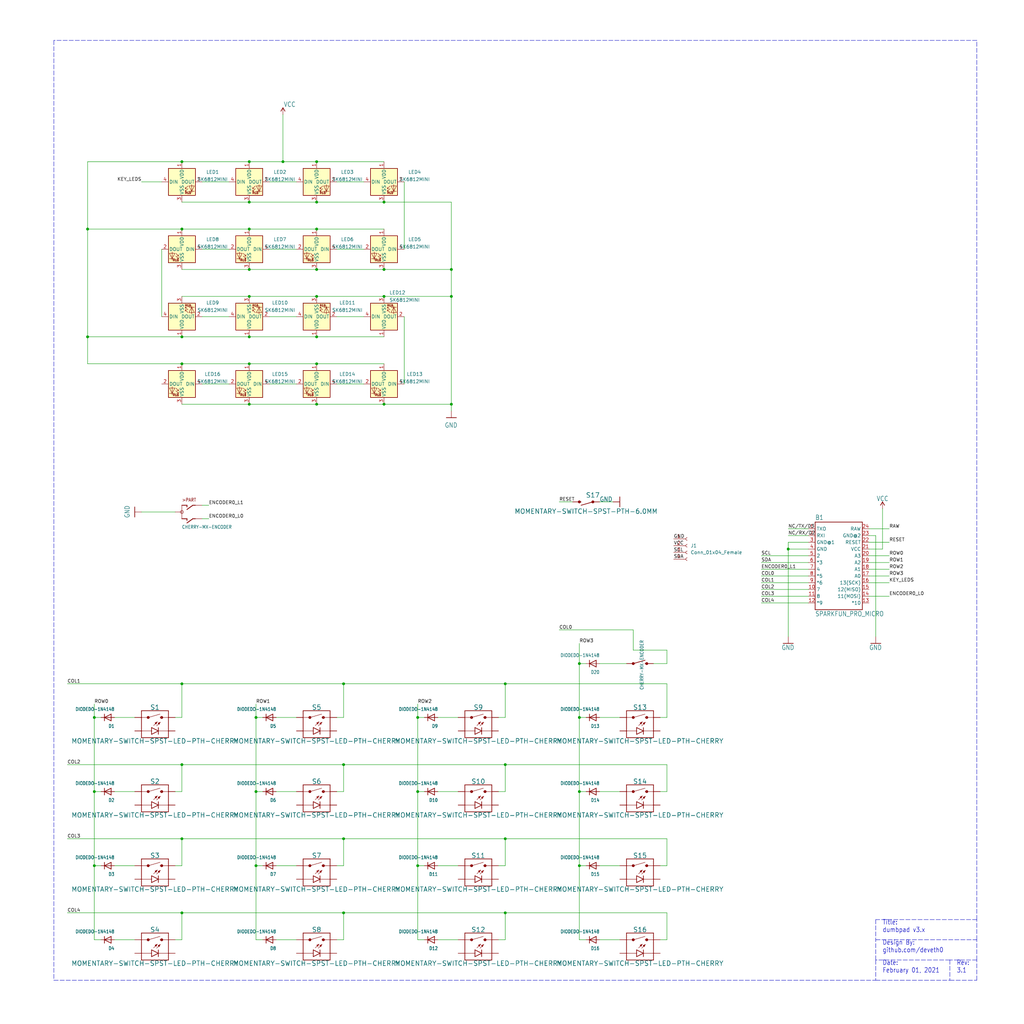
<source format=kicad_sch>
(kicad_sch (version 20211123) (generator eeschema)
  (paper "User" 386.08 386.004)
  (lib_symbols
    (symbol "Connector:Conn_01x04_Female" (pin_names (offset 1.016) hide)
      (property "Reference" "J" (at 0 5.08 0))
      (property "Value" "Conn_01x04_Female" (at 0 -7.62 0))
      (symbol "Conn_01x04_Female_1_1"
        (arc (start 0 -4.572) (mid -0.508 -5.08) (end 0 -5.588) (stroke (width 0.1524)))
        (arc (start 0 -2.032) (mid -0.508 -2.54) (end 0 -3.048) (stroke (width 0.1524)))
        (polyline (pts (xy -1.27 -5.08) (xy -0.508 -5.08)) (stroke (width 0.1524)))
        (polyline (pts (xy -1.27 -2.54) (xy -0.508 -2.54)) (stroke (width 0.1524)))
        (polyline (pts (xy -1.27 0) (xy -0.508 0)) (stroke (width 0.1524)))
        (polyline (pts (xy -1.27 2.54) (xy -0.508 2.54)) (stroke (width 0.1524)))
        (arc (start 0 0.508) (mid -0.508 0) (end 0 -0.508) (stroke (width 0.1524)))
        (arc (start 0 3.048) (mid -0.508 2.54) (end 0 2.032) (stroke (width 0.1524)))
        (pin passive line (at -5.08 2.54 0) (length 3.81) (name "Pin_1") (number "1"))
        (pin passive line (at -5.08 0 0) (length 3.81) (name "Pin_2") (number "2"))
        (pin passive line (at -5.08 -2.54 0) (length 3.81) (name "Pin_3") (number "3"))
        (pin passive line (at -5.08 -5.08 0) (length 3.81) (name "Pin_4") (number "4"))
      )
    )
    (symbol "dumbpad-eagle-import:CHERRY-MX-ENCODER"
      (property "Value" "CHERRY-MX-ENCODER" (at 6.35 0 90))
      (symbol "CHERRY-MX-ENCODER_1_0"
        (circle (center -2.54 0) (radius 0.127) (stroke (width 0.4064)))
        (polyline (pts (xy -2.54 0) (xy 1.905 1.27)) (stroke (width 0.254)))
        (polyline (pts (xy 1.905 0) (xy 2.54 0)) (stroke (width 0.254)))
        (circle (center 2.54 0) (radius 0.127) (stroke (width 0.4064)))
        (pin passive line (at -5.08 0 0) (length 2.54) (name "1") (number "D"))
        (pin passive line (at 5.08 0 180) (length 2.54) (name "2") (number "E"))
        (pin passive line (at -5.08 0 0) (length 2.54) (name "1") (number "S1"))
        (pin passive line (at 5.08 0 180) (length 2.54) (name "2") (number "S2"))
      )
      (symbol "CHERRY-MX-ENCODER_2_0"
        (polyline (pts (xy -2.54 0) (xy 2.54 0)) (stroke (width 0.1524)))
        (polyline (pts (xy -2.54 1.905) (xy -2.54 0)) (stroke (width 0.3048)))
        (polyline (pts (xy -2.54 4.1275) (xy -0.9525 1.905)) (stroke (width 0.3048)))
        (polyline (pts (xy -2.54 5.08) (xy -2.54 4.1275)) (stroke (width 0.3048)))
        (polyline (pts (xy -1.905 1.905) (xy -2.54 1.905)) (stroke (width 0.3048)))
        (polyline (pts (xy 2.54 1.905) (xy 2.54 0)) (stroke (width 0.3048)))
        (polyline (pts (xy 2.54 4.1275) (xy 4.1275 1.905)) (stroke (width 0.3048)))
        (polyline (pts (xy 2.54 5.08) (xy 2.54 4.1275)) (stroke (width 0.3048)))
        (polyline (pts (xy 3.175 1.905) (xy 2.54 1.905)) (stroke (width 0.3048)))
        (circle (center 0 0) (radius 0.5679))
        (text ">PART" (at -3.81 0 900) (effects (font (size 1.27 1.0795)) (justify left bottom)))
        (pin passive line (at -2.54 7.62 270) (length 2.54) (name "A") (number "A"))
        (pin passive line (at 2.54 7.62 270) (length 2.54) (name "B") (number "B"))
        (pin passive line (at 0 -2.54 90) (length 2.54) (name "C") (number "C"))
      )
    )
    (symbol "dumbpad-eagle-import:DIODEDO-1N4148"
      (property "Reference" "D" (at -2.54 2.54 0))
      (property "Value" "DIODEDO-1N4148" (at -2.54 -3.81 0))
      (symbol "DIODEDO-1N4148_1_0"
        (polyline (pts (xy -1.27 -1.27) (xy 1.27 0)) (stroke (width 0.254)))
        (polyline (pts (xy -1.27 1.27) (xy -1.27 -1.27)) (stroke (width 0.254)))
        (polyline (pts (xy 1.27 0) (xy -1.27 1.27)) (stroke (width 0.254)))
        (polyline (pts (xy 1.27 0) (xy 1.27 -1.27)) (stroke (width 0.254)))
        (polyline (pts (xy 1.27 1.27) (xy 1.27 0)) (stroke (width 0.254)))
        (pin passive line (at -2.54 0 0) (length 2.54) (name "A") (number "A"))
        (pin passive line (at 2.54 0 180) (length 2.54) (name "C") (number "C"))
      )
    )
    (symbol "dumbpad-eagle-import:GND" (power)
      (property "Value" "GND" (at -2.54 -2.54 0))
      (symbol "GND_1_0"
        (polyline (pts (xy -1.905 0) (xy 1.905 0)) (stroke (width 0.254)))
        (pin power_in line (at 0 2.54 270) (length 2.54) (name "GND") (number "1"))
      )
    )
    (symbol "dumbpad-eagle-import:MOMENTARY-SWITCH-SPST-LED-PTH-CHERRY"
      (property "Reference" "S" (at 0 5.334 0))
      (property "Value" "MOMENTARY-SWITCH-SPST-LED-PTH-CHERRY" (at 0 -5.334 0))
      (symbol "MOMENTARY-SWITCH-SPST-LED-PTH-CHERRY_1_0"
        (circle (center -2.54 2.54) (radius 0.127) (stroke (width 0.4064)))
        (polyline (pts (xy -5.08 -5.08) (xy 5.08 -5.08)) (stroke (width 0.254)))
        (polyline (pts (xy -5.08 -2.54) (xy -5.08 -5.08)) (stroke (width 0.254)))
        (polyline (pts (xy -5.08 -2.54) (xy -1.27 -2.54)) (stroke (width 0.1524)))
        (polyline (pts (xy -5.08 2.54) (xy -5.08 -2.54)) (stroke (width 0.254)))
        (polyline (pts (xy -5.08 2.54) (xy -2.54 2.54)) (stroke (width 0.1524)))
        (polyline (pts (xy -5.08 5.08) (xy -5.08 2.54)) (stroke (width 0.254)))
        (polyline (pts (xy -2.54 2.54) (xy 1.905 3.81)) (stroke (width 0.1524)))
        (polyline (pts (xy -1.27 -3.81) (xy -1.27 -2.54)) (stroke (width 0.254)))
        (polyline (pts (xy -1.27 -3.81) (xy 1.27 -2.54)) (stroke (width 0.254)))
        (polyline (pts (xy -1.27 -2.54) (xy -1.27 -1.27)) (stroke (width 0.254)))
        (polyline (pts (xy -0.508 -0.508) (xy 0.889 0.889)) (stroke (width 0.1524)))
        (polyline (pts (xy 0.635 -0.635) (xy 2.032 0.762)) (stroke (width 0.1524)))
        (polyline (pts (xy 1.27 -3.81) (xy 1.27 -2.54)) (stroke (width 0.254)))
        (polyline (pts (xy 1.27 -2.54) (xy -1.27 -1.27)) (stroke (width 0.254)))
        (polyline (pts (xy 1.27 -2.54) (xy 1.27 -1.27)) (stroke (width 0.254)))
        (polyline (pts (xy 1.27 -2.54) (xy 5.08 -2.54)) (stroke (width 0.1524)))
        (polyline (pts (xy 1.905 2.54) (xy 5.08 2.54)) (stroke (width 0.1524)))
        (polyline (pts (xy 5.08 -5.08) (xy 5.08 -2.54)) (stroke (width 0.254)))
        (polyline (pts (xy 5.08 -2.54) (xy 5.08 2.54)) (stroke (width 0.254)))
        (polyline (pts (xy 5.08 2.54) (xy 5.08 5.08)) (stroke (width 0.254)))
        (polyline (pts (xy 5.08 5.08) (xy -5.08 5.08)) (stroke (width 0.254)))
        (polyline (pts (xy 0.889 0.889) (xy 0 0.508) (xy 0.508 0)) (fill (type outline)))
        (polyline (pts (xy 2.032 0.762) (xy 1.143 0.381) (xy 1.651 -0.127)) (fill (type outline)))
        (circle (center 2.54 2.54) (radius 0.127) (stroke (width 0.4064)))
        (pin passive line (at -7.62 -2.54 0) (length 2.54) (name "A") (number "A"))
        (pin passive line (at 7.62 -2.54 180) (length 2.54) (name "C") (number "K"))
        (pin passive line (at -7.62 2.54 0) (length 2.54) (name "1") (number "S1"))
        (pin passive line (at 7.62 2.54 180) (length 2.54) (name "2") (number "S2"))
      )
    )
    (symbol "dumbpad-eagle-import:MOMENTARY-SWITCH-SPST-PTH-6.0MM"
      (property "Reference" "S" (at 0 1.524 0))
      (property "Value" "MOMENTARY-SWITCH-SPST-PTH-6.0MM" (at 0 -0.508 0))
      (symbol "MOMENTARY-SWITCH-SPST-PTH-6.0MM_1_0"
        (circle (center -2.54 0) (radius 0.127) (stroke (width 0.4064)))
        (polyline (pts (xy -2.54 0) (xy 1.905 1.27)) (stroke (width 0.254)))
        (polyline (pts (xy 1.905 0) (xy 2.54 0)) (stroke (width 0.254)))
        (circle (center 2.54 0) (radius 0.127) (stroke (width 0.4064)))
        (pin passive line (at -5.08 0 0) (length 2.54) (name "1") (number "1"))
        (pin passive line (at 5.08 0 180) (length 2.54) (name "2") (number "3"))
      )
    )
    (symbol "dumbpad-eagle-import:SPARKFUN_PRO_MICRO"
      (property "Reference" "B" (at -7.62 18.542 0))
      (property "Value" "SPARKFUN_PRO_MICRO" (at -7.62 -17.78 0))
      (symbol "SPARKFUN_PRO_MICRO_1_0"
        (polyline (pts (xy -7.62 -15.24) (xy 10.16 -15.24)) (stroke (width 0.254)))
        (polyline (pts (xy -7.62 17.78) (xy -7.62 -15.24)) (stroke (width 0.254)))
        (polyline (pts (xy 10.16 -15.24) (xy 10.16 17.78)) (stroke (width 0.254)))
        (polyline (pts (xy 10.16 17.78) (xy -7.62 17.78)) (stroke (width 0.254)))
        (pin bidirectional line (at -10.16 15.24 0) (length 2.54) (name "TXO") (number "1"))
        (pin bidirectional line (at -10.16 -7.62 0) (length 2.54) (name "7") (number "10"))
        (pin bidirectional line (at -10.16 -10.16 0) (length 2.54) (name "8") (number "11"))
        (pin bidirectional line (at -10.16 -12.7 0) (length 2.54) (name "*9") (number "12"))
        (pin bidirectional line (at 12.7 -12.7 180) (length 2.54) (name "*10") (number "13"))
        (pin bidirectional line (at 12.7 -10.16 180) (length 2.54) (name "11(MOSI)") (number "14"))
        (pin bidirectional line (at 12.7 -7.62 180) (length 2.54) (name "12(MISO)") (number "15"))
        (pin bidirectional line (at 12.7 -5.08 180) (length 2.54) (name "13(SCK)") (number "16"))
        (pin bidirectional line (at 12.7 -2.54 180) (length 2.54) (name "A0") (number "17"))
        (pin bidirectional line (at 12.7 0 180) (length 2.54) (name "A1") (number "18"))
        (pin bidirectional line (at 12.7 2.54 180) (length 2.54) (name "A2") (number "19"))
        (pin bidirectional line (at -10.16 12.7 0) (length 2.54) (name "RXI") (number "2"))
        (pin bidirectional line (at 12.7 5.08 180) (length 2.54) (name "A3") (number "20"))
        (pin power_in line (at 12.7 7.62 180) (length 2.54) (name "VCC") (number "21"))
        (pin bidirectional line (at 12.7 10.16 180) (length 2.54) (name "RESET") (number "22"))
        (pin power_in line (at 12.7 12.7 180) (length 2.54) (name "GND@2") (number "23"))
        (pin power_in line (at 12.7 15.24 180) (length 2.54) (name "RAW") (number "24"))
        (pin power_in line (at -10.16 10.16 0) (length 2.54) (name "GND@1") (number "3"))
        (pin power_in line (at -10.16 7.62 0) (length 2.54) (name "GND") (number "4"))
        (pin bidirectional line (at -10.16 5.08 0) (length 2.54) (name "2") (number "5"))
        (pin bidirectional line (at -10.16 2.54 0) (length 2.54) (name "*3") (number "6"))
        (pin bidirectional line (at -10.16 0 0) (length 2.54) (name "4") (number "7"))
        (pin bidirectional line (at -10.16 -2.54 0) (length 2.54) (name "*5") (number "8"))
        (pin bidirectional line (at -10.16 -5.08 0) (length 2.54) (name "*6") (number "9"))
      )
    )
    (symbol "dumbpad-eagle-import:VCC" (power)
      (property "Value" "VCC" (at 0 2.794 0))
      (symbol "VCC_1_0"
        (polyline (pts (xy 0 2.54) (xy -0.762 1.27)) (stroke (width 0.254)))
        (polyline (pts (xy 0.762 1.27) (xy 0 2.54)) (stroke (width 0.254)))
        (pin power_in line (at 0 0 90) (length 2.54) (name "VCC") (number "1"))
      )
    )
    (symbol "dumbpad_lib:SK6812MINI_1" (pin_names (offset 0.254))
      (property "Reference" "LED1" (at 11.5759 3.7252 0))
      (property "Value" "SK6812MINI_1" (at 11.5759 0.9501 0))
      (symbol "SK6812MINI_1_0_0"
        (text "RGB" (at 2.286 -4.191 0) (effects (font (size 0.762 0.762))))
      )
      (symbol "SK6812MINI_1_0_1"
        (polyline (pts (xy 1.27 -3.556) (xy 1.778 -3.556)))
        (polyline (pts (xy 1.27 -2.54) (xy 1.778 -2.54)))
        (polyline (pts (xy 4.699 -3.556) (xy 2.667 -3.556)))
        (polyline (pts (xy 2.286 -2.54) (xy 1.27 -3.556) (xy 1.27 -3.048)))
        (polyline (pts (xy 2.286 -1.524) (xy 1.27 -2.54) (xy 1.27 -2.032)))
        (polyline (pts (xy 3.683 -1.016) (xy 3.683 -3.556) (xy 3.683 -4.064)))
        (polyline (pts (xy 4.699 -1.524) (xy 2.667 -1.524) (xy 3.683 -3.556) (xy 4.699 -1.524)))
        (rectangle (start 5.08 5.08) (end -5.08 -5.08) (stroke (width 0.254)) (fill (type background)))
      )
      (symbol "SK6812MINI_1_1_1"
        (pin power_in line (at 0 7.62 270) (length 2.54) (name "VDD") (number "1"))
        (pin output line (at 7.62 0 180) (length 2.54) (name "DOUT") (number "2"))
        (pin power_in line (at 0 -7.62 90) (length 2.54) (name "VSS") (number "3"))
        (pin input line (at -7.62 0 0) (length 2.54) (name "DIN") (number "4"))
      )
    )
  )
  (junction (at 218.44 250.19))
  (junction (at 129.54 344.17))
  (junction (at 157.48 270.51))
  (junction (at 35.56 326.39))
  (junction (at 119.38 76.2))
  (junction (at 129.54 316.23))
  (junction (at 35.56 270.51))
  (junction (at 93.98 127))
  (junction (at 144.78 152.4))
  (junction (at 119.38 111.76))
  (junction (at 218.44 326.39))
  (junction (at 93.98 101.6))
  (junction (at 190.5 344.17))
  (junction (at 129.54 288.29))
  (junction (at 129.54 257.81))
  (junction (at 96.52 298.45))
  (junction (at 106.68 60.96))
  (junction (at 119.38 152.4))
  (junction (at 144.78 101.6))
  (junction (at 170.18 111.76))
  (junction (at 68.58 257.81))
  (junction (at 218.44 298.45))
  (junction (at 218.44 270.51))
  (junction (at 119.38 60.96))
  (junction (at 297.18 207.01))
  (junction (at 157.48 298.45))
  (junction (at 33.02 127))
  (junction (at 93.98 152.4))
  (junction (at 93.98 60.96))
  (junction (at 93.98 137.16))
  (junction (at 144.78 111.76))
  (junction (at 68.58 60.96))
  (junction (at 190.5 316.23))
  (junction (at 96.52 270.51))
  (junction (at 93.98 111.76))
  (junction (at 119.38 86.36))
  (junction (at 119.38 101.6))
  (junction (at 157.48 326.39))
  (junction (at 170.18 101.6))
  (junction (at 93.98 86.36))
  (junction (at 119.38 137.16))
  (junction (at 35.56 298.45))
  (junction (at 119.38 127))
  (junction (at 190.5 257.81))
  (junction (at 93.98 76.2))
  (junction (at 68.58 137.16))
  (junction (at 68.58 288.29))
  (junction (at 68.58 127))
  (junction (at 170.18 152.4))
  (junction (at 33.02 86.36))
  (junction (at 68.58 316.23))
  (junction (at 68.58 344.17))
  (junction (at 144.78 76.2))
  (junction (at 96.52 326.39))
  (junction (at 68.58 86.36))
  (junction (at 190.5 288.29))
  (wire (pts (xy 304.8 204.47) (xy 297.18 204.47)))
  (wire (pts (xy 304.8 222.25) (xy 287.02 222.25)))
  (wire (pts (xy 68.58 101.6) (xy 93.98 101.6)))
  (polyline (pts (xy 368.3 361.95) (xy 368.3 354.33)))
  (polyline (pts (xy 330.2 346.71) (xy 330.2 354.33)))
  (polyline (pts (xy 368.3 346.71) (xy 330.2 346.71)))
  (wire (pts (xy 190.5 326.39) (xy 190.5 316.23)))
  (wire (pts (xy 251.46 316.23) (xy 190.5 316.23)))
  (wire (pts (xy 190.5 288.29) (xy 251.46 288.29)))
  (wire (pts (xy 25.4 257.81) (xy 68.58 257.81)))
  (wire (pts (xy 251.46 270.51) (xy 248.92 270.51)))
  (wire (pts (xy 218.44 270.51) (xy 218.44 250.19)))
  (wire (pts (xy 304.8 199.39) (xy 297.18 199.39)))
  (wire (pts (xy 68.58 152.4) (xy 93.98 152.4)))
  (wire (pts (xy 33.02 86.36) (xy 33.02 127)))
  (wire (pts (xy 111.76 298.45) (xy 104.14 298.45)))
  (wire (pts (xy 304.8 227.33) (xy 287.02 227.33)))
  (wire (pts (xy 25.4 288.29) (xy 68.58 288.29)))
  (wire (pts (xy 35.56 298.45) (xy 35.56 270.51)))
  (wire (pts (xy 68.58 354.33) (xy 68.58 344.17)))
  (wire (pts (xy 38.1 270.51) (xy 35.56 270.51)))
  (wire (pts (xy 144.78 76.2) (xy 170.18 76.2)))
  (wire (pts (xy 172.72 270.51) (xy 165.1 270.51)))
  (wire (pts (xy 170.18 111.76) (xy 170.18 152.4)))
  (wire (pts (xy 43.18 270.51) (xy 50.8 270.51)))
  (wire (pts (xy 220.98 354.33) (xy 218.44 354.33)))
  (wire (pts (xy 287.02 212.09) (xy 304.8 212.09)))
  (wire (pts (xy 327.66 212.09) (xy 335.28 212.09)))
  (wire (pts (xy 129.54 316.23) (xy 68.58 316.23)))
  (wire (pts (xy 144.78 101.6) (xy 170.18 101.6)))
  (wire (pts (xy 68.58 76.2) (xy 93.98 76.2)))
  (wire (pts (xy 33.02 60.96) (xy 68.58 60.96)))
  (wire (pts (xy 33.02 86.36) (xy 68.58 86.36)))
  (polyline (pts (xy 20.32 369.57) (xy 330.2 369.57)))
  (wire (pts (xy 246.38 250.19) (xy 251.46 250.19)))
  (wire (pts (xy 50.8 298.45) (xy 43.18 298.45)))
  (wire (pts (xy 172.72 298.45) (xy 165.1 298.45)))
  (wire (pts (xy 157.48 354.33) (xy 157.48 326.39)))
  (wire (pts (xy 119.38 76.2) (xy 144.78 76.2)))
  (wire (pts (xy 93.98 86.36) (xy 119.38 86.36)))
  (wire (pts (xy 218.44 250.19) (xy 218.44 242.57)))
  (wire (pts (xy 190.5 257.81) (xy 251.46 257.81)))
  (wire (pts (xy 327.66 201.93) (xy 330.2 201.93)))
  (wire (pts (xy 190.5 354.33) (xy 190.5 344.17)))
  (wire (pts (xy 327.66 199.39) (xy 335.28 199.39)))
  (wire (pts (xy 127 144.78) (xy 137.16 144.78)))
  (wire (pts (xy 157.48 326.39) (xy 157.48 298.45)))
  (wire (pts (xy 226.06 354.33) (xy 233.68 354.33)))
  (wire (pts (xy 304.8 209.55) (xy 287.02 209.55)))
  (wire (pts (xy 119.38 60.96) (xy 144.78 60.96)))
  (wire (pts (xy 190.5 316.23) (xy 129.54 316.23)))
  (wire (pts (xy 96.52 326.39) (xy 96.52 298.45)))
  (wire (pts (xy 119.38 86.36) (xy 144.78 86.36)))
  (wire (pts (xy 68.58 298.45) (xy 68.58 288.29)))
  (polyline (pts (xy 330.2 361.95) (xy 330.2 369.57)))
  (wire (pts (xy 215.9 189.23) (xy 210.82 189.23)))
  (polyline (pts (xy 330.2 369.57) (xy 358.14 369.57)))
  (wire (pts (xy 127 354.33) (xy 129.54 354.33)))
  (wire (pts (xy 38.1 298.45) (xy 35.56 298.45)))
  (wire (pts (xy 157.48 298.45) (xy 157.48 270.51)))
  (wire (pts (xy 35.56 326.39) (xy 35.56 298.45)))
  (wire (pts (xy 297.18 207.01) (xy 297.18 240.03)))
  (wire (pts (xy 226.06 189.23) (xy 231.14 189.23)))
  (wire (pts (xy 68.58 60.96) (xy 93.98 60.96)))
  (wire (pts (xy 327.66 224.79) (xy 335.28 224.79)))
  (wire (pts (xy 129.54 257.81) (xy 190.5 257.81)))
  (wire (pts (xy 68.58 137.16) (xy 93.98 137.16)))
  (wire (pts (xy 129.54 326.39) (xy 129.54 316.23)))
  (wire (pts (xy 160.02 298.45) (xy 157.48 298.45)))
  (wire (pts (xy 187.96 298.45) (xy 190.5 298.45)))
  (wire (pts (xy 43.18 354.33) (xy 50.8 354.33)))
  (wire (pts (xy 218.44 354.33) (xy 218.44 326.39)))
  (wire (pts (xy 127 326.39) (xy 129.54 326.39)))
  (wire (pts (xy 129.54 354.33) (xy 129.54 344.17)))
  (wire (pts (xy 187.96 326.39) (xy 190.5 326.39)))
  (wire (pts (xy 127 270.51) (xy 129.54 270.51)))
  (wire (pts (xy 25.4 344.17) (xy 68.58 344.17)))
  (polyline (pts (xy 358.14 361.95) (xy 330.2 361.95)))
  (wire (pts (xy 66.04 326.39) (xy 68.58 326.39)))
  (wire (pts (xy 220.98 270.51) (xy 218.44 270.51)))
  (wire (pts (xy 93.98 101.6) (xy 119.38 101.6)))
  (wire (pts (xy 33.02 127) (xy 68.58 127)))
  (wire (pts (xy 96.52 354.33) (xy 96.52 326.39)))
  (wire (pts (xy 76.2 68.58) (xy 86.36 68.58)))
  (wire (pts (xy 119.38 127) (xy 144.78 127)))
  (wire (pts (xy 129.54 270.51) (xy 129.54 257.81)))
  (wire (pts (xy 251.46 344.17) (xy 251.46 354.33)))
  (wire (pts (xy 304.8 217.17) (xy 287.02 217.17)))
  (wire (pts (xy 233.68 298.45) (xy 226.06 298.45)))
  (polyline (pts (xy 368.3 354.33) (xy 368.3 346.71)))
  (wire (pts (xy 93.98 137.16) (xy 119.38 137.16)))
  (wire (pts (xy 76.2 93.98) (xy 86.36 93.98)))
  (wire (pts (xy 251.46 245.11) (xy 238.76 245.11)))
  (wire (pts (xy 35.56 354.33) (xy 35.56 326.39)))
  (wire (pts (xy 190.5 298.45) (xy 190.5 288.29)))
  (wire (pts (xy 152.4 68.58) (xy 152.4 93.98)))
  (wire (pts (xy 220.98 326.39) (xy 218.44 326.39)))
  (wire (pts (xy 251.46 298.45) (xy 248.92 298.45)))
  (wire (pts (xy 66.04 270.51) (xy 68.58 270.51)))
  (wire (pts (xy 233.68 326.39) (xy 226.06 326.39)))
  (wire (pts (xy 101.6 93.98) (xy 111.76 93.98)))
  (wire (pts (xy 66.04 354.33) (xy 68.58 354.33)))
  (wire (pts (xy 160.02 326.39) (xy 157.48 326.39)))
  (wire (pts (xy 99.06 354.33) (xy 96.52 354.33)))
  (wire (pts (xy 129.54 288.29) (xy 190.5 288.29)))
  (wire (pts (xy 111.76 270.51) (xy 104.14 270.51)))
  (wire (pts (xy 111.76 354.33) (xy 104.14 354.33)))
  (wire (pts (xy 251.46 257.81) (xy 251.46 270.51)))
  (wire (pts (xy 99.06 298.45) (xy 96.52 298.45)))
  (wire (pts (xy 170.18 76.2) (xy 170.18 101.6)))
  (polyline (pts (xy 368.3 346.71) (xy 368.3 15.24)))
  (wire (pts (xy 76.2 119.38) (xy 86.36 119.38)))
  (wire (pts (xy 304.8 207.01) (xy 297.18 207.01)))
  (wire (pts (xy 68.58 127) (xy 93.98 127)))
  (wire (pts (xy 304.8 214.63) (xy 287.02 214.63)))
  (wire (pts (xy 68.58 111.76) (xy 93.98 111.76)))
  (wire (pts (xy 170.18 101.6) (xy 170.18 111.76)))
  (wire (pts (xy 220.98 250.19) (xy 218.44 250.19)))
  (wire (pts (xy 127 119.38) (xy 137.16 119.38)))
  (wire (pts (xy 190.5 270.51) (xy 190.5 257.81)))
  (wire (pts (xy 93.98 111.76) (xy 119.38 111.76)))
  (wire (pts (xy 129.54 344.17) (xy 190.5 344.17)))
  (wire (pts (xy 127 298.45) (xy 129.54 298.45)))
  (wire (pts (xy 238.76 245.11) (xy 238.76 237.49)))
  (wire (pts (xy 33.02 127) (xy 33.02 137.16)))
  (wire (pts (xy 327.66 217.17) (xy 335.28 217.17)))
  (wire (pts (xy 93.98 76.2) (xy 119.38 76.2)))
  (wire (pts (xy 106.68 43.18) (xy 106.68 60.96)))
  (wire (pts (xy 53.34 193.04) (xy 66.04 193.04)))
  (wire (pts (xy 93.98 127) (xy 119.38 127)))
  (wire (pts (xy 111.76 326.39) (xy 104.14 326.39)))
  (wire (pts (xy 160.02 270.51) (xy 157.48 270.51)))
  (wire (pts (xy 172.72 354.33) (xy 165.1 354.33)))
  (wire (pts (xy 160.02 354.33) (xy 157.48 354.33)))
  (polyline (pts (xy 358.14 361.95) (xy 358.14 369.57)))
  (wire (pts (xy 144.78 152.4) (xy 170.18 152.4)))
  (wire (pts (xy 66.04 298.45) (xy 68.58 298.45)))
  (wire (pts (xy 304.8 224.79) (xy 287.02 224.79)))
  (wire (pts (xy 101.6 144.78) (xy 111.76 144.78)))
  (wire (pts (xy 251.46 288.29) (xy 251.46 298.45)))
  (polyline (pts (xy 368.3 15.24) (xy 20.32 15.24)))
  (wire (pts (xy 238.76 237.49) (xy 210.82 237.49)))
  (polyline (pts (xy 358.14 369.57) (xy 368.3 369.57)))
  (wire (pts (xy 218.44 326.39) (xy 218.44 298.45)))
  (wire (pts (xy 76.2 195.58) (xy 78.74 195.58)))
  (wire (pts (xy 297.18 204.47) (xy 297.18 207.01)))
  (wire (pts (xy 248.92 354.33) (xy 251.46 354.33)))
  (wire (pts (xy 127 68.58) (xy 137.16 68.58)))
  (wire (pts (xy 187.96 270.51) (xy 190.5 270.51)))
  (polyline (pts (xy 368.3 369.57) (xy 368.3 361.95)))
  (wire (pts (xy 226.06 270.51) (xy 233.68 270.51)))
  (polyline (pts (xy 330.2 361.95) (xy 330.2 354.33)))
  (wire (pts (xy 50.8 326.39) (xy 43.18 326.39)))
  (wire (pts (xy 68.58 344.17) (xy 129.54 344.17)))
  (wire (pts (xy 327.66 204.47) (xy 335.28 204.47)))
  (wire (pts (xy 101.6 68.58) (xy 111.76 68.58)))
  (wire (pts (xy 106.68 60.96) (xy 119.38 60.96)))
  (wire (pts (xy 96.52 270.51) (xy 96.52 265.43)))
  (wire (pts (xy 93.98 60.96) (xy 106.68 60.96)))
  (wire (pts (xy 68.58 86.36) (xy 93.98 86.36)))
  (wire (pts (xy 53.34 68.58) (xy 60.96 68.58)))
  (wire (pts (xy 68.58 326.39) (xy 68.58 316.23)))
  (wire (pts (xy 119.38 101.6) (xy 144.78 101.6)))
  (wire (pts (xy 144.78 111.76) (xy 170.18 111.76)))
  (wire (pts (xy 101.6 119.38) (xy 111.76 119.38)))
  (wire (pts (xy 33.02 86.36) (xy 33.02 60.96)))
  (wire (pts (xy 93.98 152.4) (xy 119.38 152.4)))
  (wire (pts (xy 38.1 326.39) (xy 35.56 326.39)))
  (wire (pts (xy 251.46 326.39) (xy 251.46 316.23)))
  (wire (pts (xy 332.74 207.01) (xy 332.74 191.77)))
  (wire (pts (xy 330.2 201.93) (xy 330.2 240.03)))
  (wire (pts (xy 187.96 354.33) (xy 190.5 354.33)))
  (wire (pts (xy 327.66 219.71) (xy 335.28 219.71)))
  (wire (pts (xy 172.72 326.39) (xy 165.1 326.39)))
  (wire (pts (xy 119.38 111.76) (xy 144.78 111.76)))
  (wire (pts (xy 127 93.98) (xy 137.16 93.98)))
  (wire (pts (xy 68.58 137.16) (xy 33.02 137.16)))
  (wire (pts (xy 68.58 257.81) (xy 129.54 257.81)))
  (wire (pts (xy 327.66 209.55) (xy 335.28 209.55)))
  (wire (pts (xy 190.5 344.17) (xy 251.46 344.17)))
  (wire (pts (xy 327.66 207.01) (xy 332.74 207.01)))
  (wire (pts (xy 119.38 152.4) (xy 144.78 152.4)))
  (wire (pts (xy 304.8 219.71) (xy 287.02 219.71)))
  (wire (pts (xy 327.66 214.63) (xy 335.28 214.63)))
  (wire (pts (xy 152.4 119.38) (xy 152.4 144.78)))
  (wire (pts (xy 35.56 265.43) (xy 35.56 270.51)))
  (wire (pts (xy 170.18 152.4) (xy 170.18 154.94)))
  (wire (pts (xy 76.2 144.78) (xy 86.36 144.78)))
  (wire (pts (xy 304.8 201.93) (xy 297.18 201.93)))
  (wire (pts (xy 99.06 270.51) (xy 96.52 270.51)))
  (polyline (pts (xy 330.2 354.33) (xy 368.3 354.33)))
  (wire (pts (xy 99.06 326.39) (xy 96.52 326.39)))
  (wire (pts (xy 157.48 270.51) (xy 157.48 265.43)))
  (polyline (pts (xy 20.32 15.24) (xy 20.32 369.57)))
  (wire (pts (xy 129.54 298.45) (xy 129.54 288.29)))
  (wire (pts (xy 119.38 137.16) (xy 144.78 137.16)))
  (wire (pts (xy 248.92 326.39) (xy 251.46 326.39)))
  (wire (pts (xy 96.52 298.45) (xy 96.52 270.51)))
  (wire (pts (xy 218.44 298.45) (xy 218.44 270.51)))
  (wire (pts (xy 38.1 354.33) (xy 35.56 354.33)))
  (wire (pts (xy 251.46 250.19) (xy 251.46 245.11)))
  (wire (pts (xy 68.58 288.29) (xy 129.54 288.29)))
  (wire (pts (xy 68.58 270.51) (xy 68.58 257.81)))
  (wire (pts (xy 220.98 298.45) (xy 218.44 298.45)))
  (wire (pts (xy 236.22 250.19) (xy 226.06 250.19)))
  (polyline (pts (xy 368.3 361.95) (xy 358.14 361.95)))
  (wire (pts (xy 76.2 190.5) (xy 78.74 190.5)))
  (wire (pts (xy 68.58 316.23) (xy 25.4 316.23)))
  (wire (pts (xy 60.96 93.98) (xy 60.96 119.38)))
  (text "Rev:\n3.1" (at 360.68 367.03 180) (effects (font (size 1.778 1.5113)) (justify left bottom)))
  (text "Design By:\ngithub.com/deveth0" (at 332.74 359.41 180) (effects (font (size 1.778 1.5113)) (justify left bottom)))
  (text "Title:\ndumbpad v3.x" (at 332.74 351.79 180) (effects (font (size 1.778 1.5113)) (justify left bottom)))
  (text "Date:\nFebruary 01, 2021" (at 332.74 367.03 180) (effects (font (size 1.778 1.5113)) (justify left bottom)))
  (label "ROW1" (at 335.28 212.09 0) (effects (font (size 1.2446 1.2446))))
  (label "ENCODER0_L1" (at 287.02 214.63 0) (effects (font (size 1.2446 1.2446))))
  (label "ROW3" (at 218.44 242.57 0) (effects (font (size 1.2446 1.2446))))
  (label "COL1" (at 287.02 219.71 0) (effects (font (size 1.2446 1.2446))))
  (label "VCC" (at 254 205.74 0))
  (label "ROW2" (at 157.48 265.43 0) (effects (font (size 1.2446 1.2446))))
  (label "RESET" (at 335.28 204.47 0) (effects (font (size 1.2446 1.2446))))
  (label "COL2" (at 287.02 222.25 0) (effects (font (size 1.2446 1.2446))))
  (label "NC/TX/D3" (at 297.18 199.39 0) (effects (font (size 1.2446 1.2446))))
  (label "KEY_LEDS" (at 335.28 219.71 0))
  (label "SCL" (at 287.02 209.55 0))
  (label "ENCODER0_L0" (at 78.74 195.58 0) (effects (font (size 1.2446 1.2446))))
  (label "ROW1" (at 96.52 265.43 0) (effects (font (size 1.2446 1.2446))))
  (label "ROW0" (at 335.28 209.55 0) (effects (font (size 1.2446 1.2446))))
  (label "ROW2" (at 335.28 214.63 0) (effects (font (size 1.2446 1.2446))))
  (label "KEY_LEDS" (at 53.34 68.58 180) (effects (font (size 1.2446 1.2446))))
  (label "COL4" (at 25.4 344.17 0) (effects (font (size 1.2446 1.2446))))
  (label "ROW3" (at 335.28 217.17 0) (effects (font (size 1.2446 1.2446))))
  (label "ENCODER0_L1" (at 78.74 190.5 0) (effects (font (size 1.2446 1.2446))))
  (label "GND" (at 254 203.2 0))
  (label "COL0" (at 210.82 237.49 0) (effects (font (size 1.2446 1.2446))))
  (label "COL1" (at 25.4 257.81 0) (effects (font (size 1.2446 1.2446))))
  (label "COL0" (at 287.02 217.17 0) (effects (font (size 1.2446 1.2446))))
  (label "COL4" (at 287.02 227.33 0) (effects (font (size 1.2446 1.2446))))
  (label "SDA" (at 287.02 212.09 0))
  (label "COL2" (at 25.4 288.29 0) (effects (font (size 1.2446 1.2446))))
  (label "RESET" (at 210.82 189.23 0) (effects (font (size 1.2446 1.2446))))
  (label "SCL" (at 254 208.28 0))
  (label "NC/RX/D2" (at 297.18 201.93 0) (effects (font (size 1.2446 1.2446))))
  (label "SDA" (at 254 210.82 0))
  (label "ROW0" (at 35.56 265.43 0) (effects (font (size 1.2446 1.2446))))
  (label "ENCODER0_L0" (at 335.28 224.79 0) (effects (font (size 1.2446 1.2446))))
  (label "COL3" (at 287.02 224.79 0) (effects (font (size 1.2446 1.2446))))
  (label "COL3" (at 25.4 316.23 0) (effects (font (size 1.2446 1.2446))))
  (label "RAW" (at 335.28 199.39 0) (effects (font (size 1.2446 1.2446))))
  (symbol (lib_id "dumbpad-eagle-import:CHERRY-MX-ENCODER") (at 241.3 250.19 0) (unit 1)
    (property "Reference" "RE_3_1" (effects hide))
    (property "Value" "CHERRY-MX-ENCODER" (at 241.3 250.698 90) (effects (font (size 1.27 1.0795)) (justify top)))
    (property "Footprint" "Rotary_Encoder:RotaryEncoder_Alps_EC11E-Switch_Vertical_H20mm" (effects hide))
  )
  (symbol (lib_id "dumbpad-eagle-import:GND") (at 50.8 193.04 270) (unit 1)
    (property "Reference" "#GND06" (effects hide))
    (property "Value" "GND" (at 46.99 190.5 0) (effects (font (size 1.778 1.5113)) (justify left bottom)))
    (property "Footprint" "dumbpad:" (effects hide))
  )
  (symbol (lib_id "Connector:Conn_01x04_Female") (at 259.08 205.74 0) (unit 1)
    (property "Reference" "J1" (at 260.35 205.7399 0) (effects (justify left)))
    (property "Value" "Conn_01x04_Female" (at 260.35 208.2799 0) (effects (justify left)))
    (property "Footprint" "dumbpad:OLED" (effects hide))
  )
  (symbol (lib_id "dumbpad_lib:SK6812MINI_1") (at 144.78 119.38 0) (mirror x) (unit 1)
    (property "Reference" "LED12" (at 146.7994 110.3335 0) (effects (justify left)))
    (property "Value" "SK6812MINI" (at 146.7994 113.1086 0) (effects (justify left)))
    (property "Footprint" "Library:YS-SK6812MINI-E" (effects hide))
    (property "Datasheet" "https://cdn-shop.adafruit.com/product-files/2686/SK6812MINI_REV.01-1-2.pdf" (effects hide))
  )
  (symbol (lib_id "dumbpad_lib:SK6812MINI_1") (at 93.98 68.58 0) (unit 1)
    (property "Reference" "LED2" (at 105.5559 64.8548 0))
    (property "Value" "SK6812MINI" (at 105.5559 67.6299 0))
    (property "Footprint" "Library:YS-SK6812MINI-E" (effects hide))
    (property "Datasheet" "https://cdn-shop.adafruit.com/product-files/2686/SK6812MINI_REV.01-1-2.pdf" (effects hide))
  )
  (symbol (lib_id "dumbpad-eagle-import:MOMENTARY-SWITCH-SPST-LED-PTH-CHERRY") (at 180.34 300.99 0) (unit 1)
    (property "Reference" "S10" (at 180.34 295.656 0) (effects (font (size 1.778 1.778)) (justify bottom)))
    (property "Value" "MOMENTARY-SWITCH-SPST-LED-PTH-CHERRY" (at 180.34 306.324 0) (effects (font (size 1.778 1.778)) (justify top)))
    (property "Footprint" "Keyswitch:Kailh-CPG151101S11_MX_Socket-1.00u" (effects hide))
  )
  (symbol (lib_id "dumbpad-eagle-import:MOMENTARY-SWITCH-SPST-LED-PTH-CHERRY") (at 241.3 328.93 0) (unit 1)
    (property "Reference" "S15" (at 241.3 323.596 0) (effects (font (size 1.778 1.778)) (justify bottom)))
    (property "Value" "MOMENTARY-SWITCH-SPST-LED-PTH-CHERRY" (at 241.3 334.264 0) (effects (font (size 1.778 1.778)) (justify top)))
    (property "Footprint" "Keyswitch:Kailh-CPG151101S11_MX_Socket-1.00u" (effects hide))
  )
  (symbol (lib_id "dumbpad-eagle-import:MOMENTARY-SWITCH-SPST-LED-PTH-CHERRY") (at 58.42 328.93 0) (unit 1)
    (property "Reference" "S3" (at 58.42 323.596 0) (effects (font (size 1.778 1.778)) (justify bottom)))
    (property "Value" "MOMENTARY-SWITCH-SPST-LED-PTH-CHERRY" (at 58.42 334.264 0) (effects (font (size 1.778 1.778)) (justify top)))
    (property "Footprint" "Keyswitch:Kailh-CPG151101S11_MX_Socket-1.00u" (effects hide))
  )
  (symbol (lib_id "dumbpad_lib:SK6812MINI_1") (at 144.78 144.78 0) (mirror y) (unit 1)
    (property "Reference" "LED13" (at 156.3559 141.0548 0))
    (property "Value" "SK6812MINI" (at 156.3559 143.8299 0))
    (property "Footprint" "Library:YS-SK6812MINI-E" (effects hide))
    (property "Datasheet" "https://cdn-shop.adafruit.com/product-files/2686/SK6812MINI_REV.01-1-2.pdf" (effects hide))
  )
  (symbol (lib_id "dumbpad-eagle-import:MOMENTARY-SWITCH-SPST-LED-PTH-CHERRY") (at 58.42 356.87 0) (unit 1)
    (property "Reference" "S4" (at 58.42 351.536 0) (effects (font (size 1.778 1.778)) (justify bottom)))
    (property "Value" "MOMENTARY-SWITCH-SPST-LED-PTH-CHERRY" (at 58.42 362.204 0) (effects (font (size 1.778 1.778)) (justify top)))
    (property "Footprint" "Keyswitch:Kailh-CPG151101S11_MX_Socket-1.00u" (effects hide))
  )
  (symbol (lib_id "dumbpad_lib:SK6812MINI_1") (at 68.58 119.38 0) (mirror x) (unit 1)
    (property "Reference" "LED9" (at 80.1559 114.156 0))
    (property "Value" "SK6812MINI" (at 80.1559 116.9311 0))
    (property "Footprint" "Library:YS-SK6812MINI-E" (effects hide))
    (property "Datasheet" "https://cdn-shop.adafruit.com/product-files/2686/SK6812MINI_REV.01-1-2.pdf" (effects hide))
  )
  (symbol (lib_id "dumbpad-eagle-import:MOMENTARY-SWITCH-SPST-LED-PTH-CHERRY") (at 180.34 328.93 0) (unit 1)
    (property "Reference" "S11" (at 180.34 323.596 0) (effects (font (size 1.778 1.778)) (justify bottom)))
    (property "Value" "MOMENTARY-SWITCH-SPST-LED-PTH-CHERRY" (at 180.34 334.264 0) (effects (font (size 1.778 1.778)) (justify top)))
    (property "Footprint" "Keyswitch:Kailh-CPG151101S11_MX_Socket-1.00u" (effects hide))
  )
  (symbol (lib_id "dumbpad-eagle-import:MOMENTARY-SWITCH-SPST-LED-PTH-CHERRY") (at 241.3 356.87 0) (unit 1)
    (property "Reference" "S16" (at 241.3 351.536 0) (effects (font (size 1.778 1.778)) (justify bottom)))
    (property "Value" "MOMENTARY-SWITCH-SPST-LED-PTH-CHERRY" (at 241.3 362.204 0) (effects (font (size 1.778 1.778)) (justify top)))
    (property "Footprint" "Keyswitch:Kailh-CPG151101S11_MX_Socket-1.00u" (effects hide))
  )
  (symbol (lib_id "dumbpad-eagle-import:GND") (at 170.18 157.48 0) (unit 1)
    (property "Reference" "#GND0101" (effects hide))
    (property "Value" "GND" (at 167.64 161.29 0) (effects (font (size 1.778 1.5113)) (justify left bottom)))
    (property "Footprint" "dumbpad:" (effects hide))
  )
  (symbol (lib_id "dumbpad-eagle-import:MOMENTARY-SWITCH-SPST-LED-PTH-CHERRY") (at 119.38 328.93 0) (unit 1)
    (property "Reference" "S7" (at 119.38 323.596 0) (effects (font (size 1.778 1.778)) (justify bottom)))
    (property "Value" "MOMENTARY-SWITCH-SPST-LED-PTH-CHERRY" (at 119.38 334.264 0) (effects (font (size 1.778 1.778)) (justify top)))
    (property "Footprint" "Keyswitch:Kailh-CPG151101S11_MX_Socket-1.00u" (effects hide))
  )
  (symbol (lib_id "dumbpad-eagle-import:DIODEDO-1N4148") (at 223.52 326.39 180) (unit 1)
    (property "Reference" "D15" (at 226.06 328.93 0) (effects (font (size 1.27 1.0795)) (justify left bottom)))
    (property "Value" "DIODEDO-1N4148" (at 226.06 322.58 0) (effects (font (size 1.27 1.0795)) (justify left bottom)))
    (property "Footprint" "dumbpad:DO-1N4148" (effects hide))
  )
  (symbol (lib_id "dumbpad_lib:SK6812MINI_1") (at 144.78 68.58 0) (unit 1)
    (property "Reference" "LED4" (at 156.3559 64.8548 0))
    (property "Value" "SK6812MINI" (at 156.3559 67.6299 0))
    (property "Footprint" "Library:YS-SK6812MINI-E" (effects hide))
    (property "Datasheet" "https://cdn-shop.adafruit.com/product-files/2686/SK6812MINI_REV.01-1-2.pdf" (effects hide))
  )
  (symbol (lib_id "dumbpad-eagle-import:DIODEDO-1N4148") (at 223.52 270.51 180) (unit 1)
    (property "Reference" "D13" (at 226.06 273.05 0) (effects (font (size 1.27 1.0795)) (justify left bottom)))
    (property "Value" "DIODEDO-1N4148" (at 226.06 266.7 0) (effects (font (size 1.27 1.0795)) (justify left bottom)))
    (property "Footprint" "dumbpad:DO-1N4148" (effects hide))
  )
  (symbol (lib_id "dumbpad-eagle-import:MOMENTARY-SWITCH-SPST-LED-PTH-CHERRY") (at 180.34 356.87 0) (unit 1)
    (property "Reference" "S12" (at 180.34 351.536 0) (effects (font (size 1.778 1.778)) (justify bottom)))
    (property "Value" "MOMENTARY-SWITCH-SPST-LED-PTH-CHERRY" (at 180.34 362.204 0) (effects (font (size 1.778 1.778)) (justify top)))
    (property "Footprint" "Keyswitch:Kailh-CPG151101S11_MX_Socket-1.00u" (effects hide))
  )
  (symbol (lib_id "dumbpad-eagle-import:MOMENTARY-SWITCH-SPST-LED-PTH-CHERRY") (at 119.38 356.87 0) (unit 1)
    (property "Reference" "S8" (at 119.38 351.536 0) (effects (font (size 1.778 1.778)) (justify bottom)))
    (property "Value" "MOMENTARY-SWITCH-SPST-LED-PTH-CHERRY" (at 119.38 362.204 0) (effects (font (size 1.778 1.778)) (justify top)))
    (property "Footprint" "Keyswitch:Kailh-CPG151101S11_MX_Socket-1.00u" (effects hide))
  )
  (symbol (lib_id "dumbpad-eagle-import:GND") (at 233.68 189.23 90) (unit 1)
    (property "Reference" "#GND04" (effects hide))
    (property "Value" "GND" (at 226.06 189.23 90) (effects (font (size 1.778 1.5113)) (justify right top)))
    (property "Footprint" "dumbpad:" (effects hide))
  )
  (symbol (lib_id "dumbpad-eagle-import:DIODEDO-1N4148") (at 101.6 270.51 180) (unit 1)
    (property "Reference" "D5" (at 104.14 273.05 0) (effects (font (size 1.27 1.0795)) (justify left bottom)))
    (property "Value" "DIODEDO-1N4148" (at 104.14 266.7 0) (effects (font (size 1.27 1.0795)) (justify left bottom)))
    (property "Footprint" "dumbpad:DO-1N4148" (effects hide))
  )
  (symbol (lib_id "dumbpad_lib:SK6812MINI_1") (at 119.38 93.98 0) (mirror y) (unit 1)
    (property "Reference" "LED6" (at 130.9559 90.2548 0))
    (property "Value" "SK6812MINI" (at 130.9559 93.0299 0))
    (property "Footprint" "Library:YS-SK6812MINI-E" (effects hide))
    (property "Datasheet" "https://cdn-shop.adafruit.com/product-files/2686/SK6812MINI_REV.01-1-2.pdf" (effects hide))
  )
  (symbol (lib_id "dumbpad_lib:SK6812MINI_1") (at 119.38 119.38 0) (mirror x) (unit 1)
    (property "Reference" "LED11" (at 130.9559 114.156 0))
    (property "Value" "SK6812MINI" (at 130.9559 116.9311 0))
    (property "Footprint" "Library:YS-SK6812MINI-E" (effects hide))
    (property "Datasheet" "https://cdn-shop.adafruit.com/product-files/2686/SK6812MINI_REV.01-1-2.pdf" (effects hide))
  )
  (symbol (lib_id "dumbpad_lib:SK6812MINI_1") (at 68.58 144.78 0) (mirror y) (unit 1)
    (property "Reference" "LED16" (at 80.1559 141.0548 0))
    (property "Value" "SK6812MINI" (at 80.1559 143.8299 0))
    (property "Footprint" "Library:YS-SK6812MINI-E" (effects hide))
    (property "Datasheet" "https://cdn-shop.adafruit.com/product-files/2686/SK6812MINI_REV.01-1-2.pdf" (effects hide))
  )
  (symbol (lib_id "dumbpad-eagle-import:SPARKFUN_PRO_MICRO") (at 314.96 214.63 0) (unit 1)
    (property "Reference" "B1" (at 307.34 196.088 0) (effects (font (size 1.778 1.5113)) (justify left bottom)))
    (property "Value" "SPARKFUN_PRO_MICRO" (at 307.34 232.41 0) (effects (font (size 1.778 1.5113)) (justify left bottom)))
    (property "Footprint" "dumbpad:SPARKFUN_PRO_MICRO" (effects hide))
  )
  (symbol (lib_id "dumbpad_lib:SK6812MINI_1") (at 93.98 119.38 0) (mirror x) (unit 1)
    (property "Reference" "LED10" (at 105.5559 114.156 0))
    (property "Value" "SK6812MINI" (at 105.5559 116.9311 0))
    (property "Footprint" "Library:YS-SK6812MINI-E" (effects hide))
    (property "Datasheet" "https://cdn-shop.adafruit.com/product-files/2686/SK6812MINI_REV.01-1-2.pdf" (effects hide))
  )
  (symbol (lib_id "dumbpad-eagle-import:DIODEDO-1N4148") (at 223.52 250.19 180) (unit 1)
    (property "Reference" "D20" (at 226.06 252.73 0) (effects (font (size 1.27 1.0795)) (justify left bottom)))
    (property "Value" "DIODEDO-1N4148" (at 226.06 246.38 0) (effects (font (size 1.27 1.0795)) (justify left bottom)))
    (property "Footprint" "dumbpad:DO-1N4148" (effects hide))
  )
  (symbol (lib_id "dumbpad-eagle-import:DIODEDO-1N4148") (at 162.56 326.39 180) (unit 1)
    (property "Reference" "D11" (at 165.1 328.93 0) (effects (font (size 1.27 1.0795)) (justify left bottom)))
    (property "Value" "DIODEDO-1N4148" (at 165.1 322.58 0) (effects (font (size 1.27 1.0795)) (justify left bottom)))
    (property "Footprint" "dumbpad:DO-1N4148" (effects hide))
  )
  (symbol (lib_id "dumbpad-eagle-import:MOMENTARY-SWITCH-SPST-LED-PTH-CHERRY") (at 58.42 300.99 0) (unit 1)
    (property "Reference" "S2" (at 58.42 295.656 0) (effects (font (size 1.778 1.778)) (justify bottom)))
    (property "Value" "MOMENTARY-SWITCH-SPST-LED-PTH-CHERRY" (at 58.42 306.324 0) (effects (font (size 1.778 1.778)) (justify top)))
    (property "Footprint" "Keyswitch:Kailh-CPG151101S11_MX_Socket-1.00u" (effects hide))
  )
  (symbol (lib_id "dumbpad-eagle-import:VCC") (at 106.68 43.18 0) (unit 1)
    (property "Reference" "#SUPPLY0101" (effects hide))
    (property "Value" "VCC" (at 109.22 39.37 0) (effects (font (size 1.778 1.5113))))
    (property "Footprint" "dumbpad:" (effects hide))
  )
  (symbol (lib_id "dumbpad-eagle-import:DIODEDO-1N4148") (at 223.52 354.33 180) (unit 1)
    (property "Reference" "D16" (at 226.06 356.87 0) (effects (font (size 1.27 1.0795)) (justify left bottom)))
    (property "Value" "DIODEDO-1N4148" (at 226.06 350.52 0) (effects (font (size 1.27 1.0795)) (justify left bottom)))
    (property "Footprint" "dumbpad:DO-1N4148" (effects hide))
  )
  (symbol (lib_id "dumbpad-eagle-import:DIODEDO-1N4148") (at 40.64 298.45 180) (unit 1)
    (property "Reference" "D2" (at 43.18 300.99 0) (effects (font (size 1.27 1.0795)) (justify left bottom)))
    (property "Value" "DIODEDO-1N4148" (at 43.18 294.64 0) (effects (font (size 1.27 1.0795)) (justify left bottom)))
    (property "Footprint" "dumbpad:DO-1N4148" (effects hide))
  )
  (symbol (lib_id "dumbpad-eagle-import:DIODEDO-1N4148") (at 40.64 270.51 180) (unit 1)
    (property "Reference" "D1" (at 43.18 273.05 0) (effects (font (size 1.27 1.0795)) (justify left bottom)))
    (property "Value" "DIODEDO-1N4148" (at 43.18 266.7 0) (effects (font (size 1.27 1.0795)) (justify left bottom)))
    (property "Footprint" "dumbpad:DO-1N4148" (effects hide))
  )
  (symbol (lib_id "dumbpad_lib:SK6812MINI_1") (at 93.98 93.98 0) (mirror y) (unit 1)
    (property "Reference" "LED7" (at 105.5559 90.2548 0))
    (property "Value" "SK6812MINI" (at 105.5559 93.0299 0))
    (property "Footprint" "Library:YS-SK6812MINI-E" (effects hide))
    (property "Datasheet" "https://cdn-shop.adafruit.com/product-files/2686/SK6812MINI_REV.01-1-2.pdf" (effects hide))
  )
  (symbol (lib_id "dumbpad-eagle-import:DIODEDO-1N4148") (at 101.6 354.33 180) (unit 1)
    (property "Reference" "D8" (at 104.14 356.87 0) (effects (font (size 1.27 1.0795)) (justify left bottom)))
    (property "Value" "DIODEDO-1N4148" (at 104.14 350.52 0) (effects (font (size 1.27 1.0795)) (justify left bottom)))
    (property "Footprint" "dumbpad:DO-1N4148" (effects hide))
  )
  (symbol (lib_id "dumbpad-eagle-import:DIODEDO-1N4148") (at 101.6 298.45 180) (unit 1)
    (property "Reference" "D6" (at 104.14 300.99 0) (effects (font (size 1.27 1.0795)) (justify left bottom)))
    (property "Value" "DIODEDO-1N4148" (at 104.14 294.64 0) (effects (font (size 1.27 1.0795)) (justify left bottom)))
    (property "Footprint" "dumbpad:DO-1N4148" (effects hide))
  )
  (symbol (lib_id "dumbpad-eagle-import:GND") (at 297.18 242.57 0) (unit 1)
    (property "Reference" "#GND03" (effects hide))
    (property "Value" "GND" (at 294.64 245.11 0) (effects (font (size 1.778 1.5113)) (justify left bottom)))
    (property "Footprint" "dumbpad:" (effects hide))
  )
  (symbol (lib_id "dumbpad-eagle-import:CHERRY-MX-ENCODER") (at 68.58 193.04 270) (unit 2)
    (property "Reference" "RE_3_1" (effects hide))
    (property "Value" "CHERRY-MX-ENCODER" (at 68.58 199.39 90) (effects (font (size 1.27 1.0795)) (justify left bottom)))
    (property "Footprint" "Rotary_Encoder:RotaryEncoder_Alps_EC11E-Switch_Vertical_H20mm" (effects hide))
  )
  (symbol (lib_id "dumbpad_lib:SK6812MINI_1") (at 119.38 144.78 0) (mirror y) (unit 1)
    (property "Reference" "LED14" (at 130.9559 141.0548 0))
    (property "Value" "SK6812MINI" (at 130.9559 143.8299 0))
    (property "Footprint" "Library:YS-SK6812MINI-E" (effects hide))
    (property "Datasheet" "https://cdn-shop.adafruit.com/product-files/2686/SK6812MINI_REV.01-1-2.pdf" (effects hide))
  )
  (symbol (lib_id "dumbpad_lib:SK6812MINI_1") (at 68.58 93.98 0) (mirror y) (unit 1)
    (property "Reference" "LED8" (at 80.1559 90.2548 0))
    (property "Value" "SK6812MINI" (at 80.1559 93.0299 0))
    (property "Footprint" "Library:YS-SK6812MINI-E" (effects hide))
    (property "Datasheet" "https://cdn-shop.adafruit.com/product-files/2686/SK6812MINI_REV.01-1-2.pdf" (effects hide))
  )
  (symbol (lib_id "dumbpad_lib:SK6812MINI_1") (at 93.98 144.78 0) (mirror y) (unit 1)
    (property "Reference" "LED15" (at 105.5559 141.0548 0))
    (property "Value" "SK6812MINI" (at 105.5559 143.8299 0))
    (property "Footprint" "Library:YS-SK6812MINI-E" (effects hide))
    (property "Datasheet" "https://cdn-shop.adafruit.com/product-files/2686/SK6812MINI_REV.01-1-2.pdf" (effects hide))
  )
  (symbol (lib_id "dumbpad-eagle-import:MOMENTARY-SWITCH-SPST-LED-PTH-CHERRY") (at 241.3 300.99 0) (unit 1)
    (property "Reference" "S14" (at 241.3 295.656 0) (effects (font (size 1.778 1.778)) (justify bottom)))
    (property "Value" "MOMENTARY-SWITCH-SPST-LED-PTH-CHERRY" (at 241.3 306.324 0) (effects (font (size 1.778 1.778)) (justify top)))
    (property "Footprint" "Keyswitch:Kailh-CPG151101S11_MX_Socket-1.00u" (effects hide))
  )
  (symbol (lib_id "dumbpad-eagle-import:DIODEDO-1N4148") (at 223.52 298.45 180) (unit 1)
    (property "Reference" "D14" (at 226.06 300.99 0) (effects (font (size 1.27 1.0795)) (justify left bottom)))
    (property "Value" "DIODEDO-1N4148" (at 226.06 294.64 0) (effects (font (size 1.27 1.0795)) (justify left bottom)))
    (property "Footprint" "dumbpad:DO-1N4148" (effects hide))
  )
  (symbol (lib_id "dumbpad-eagle-import:DIODEDO-1N4148") (at 40.64 354.33 180) (unit 1)
    (property "Reference" "D4" (at 43.18 356.87 0) (effects (font (size 1.27 1.0795)) (justify left bottom)))
    (property "Value" "DIODEDO-1N4148" (at 43.18 350.52 0) (effects (font (size 1.27 1.0795)) (justify left bottom)))
    (property "Footprint" "dumbpad:DO-1N4148" (effects hide))
  )
  (symbol (lib_id "dumbpad-eagle-import:DIODEDO-1N4148") (at 162.56 354.33 180) (unit 1)
    (property "Reference" "D12" (at 165.1 356.87 0) (effects (font (size 1.27 1.0795)) (justify left bottom)))
    (property "Value" "DIODEDO-1N4148" (at 165.1 350.52 0) (effects (font (size 1.27 1.0795)) (justify left bottom)))
    (property "Footprint" "dumbpad:DO-1N4148" (effects hide))
  )
  (symbol (lib_id "dumbpad-eagle-import:MOMENTARY-SWITCH-SPST-LED-PTH-CHERRY") (at 241.3 273.05 0) (unit 1)
    (property "Reference" "S13" (at 241.3 267.716 0) (effects (font (size 1.778 1.778)) (justify bottom)))
    (property "Value" "MOMENTARY-SWITCH-SPST-LED-PTH-CHERRY" (at 241.3 278.384 0) (effects (font (size 1.778 1.778)) (justify top)))
    (property "Footprint" "Keyswitch:Kailh-CPG151101S11_MX_Socket-1.00u" (effects hide))
  )
  (symbol (lib_id "dumbpad-eagle-import:MOMENTARY-SWITCH-SPST-LED-PTH-CHERRY") (at 58.42 273.05 0) (unit 1)
    (property "Reference" "S1" (at 58.42 267.716 0) (effects (font (size 1.778 1.778)) (justify bottom)))
    (property "Value" "MOMENTARY-SWITCH-SPST-LED-PTH-CHERRY" (at 58.42 278.384 0) (effects (font (size 1.778 1.778)) (justify top)))
    (property "Footprint" "Keyswitch:Kailh-CPG151101S11_MX_Socket-1.00u" (effects hide))
  )
  (symbol (lib_id "dumbpad_lib:SK6812MINI_1") (at 119.38 68.58 0) (unit 1)
    (property "Reference" "LED3" (at 130.9559 64.8548 0))
    (property "Value" "SK6812MINI" (at 130.9559 67.6299 0))
    (property "Footprint" "Library:YS-SK6812MINI-E" (effects hide))
    (property "Datasheet" "https://cdn-shop.adafruit.com/product-files/2686/SK6812MINI_REV.01-1-2.pdf" (effects hide))
  )
  (symbol (lib_id "dumbpad-eagle-import:DIODEDO-1N4148") (at 101.6 326.39 180) (unit 1)
    (property "Reference" "D7" (at 104.14 328.93 0) (effects (font (size 1.27 1.0795)) (justify left bottom)))
    (property "Value" "DIODEDO-1N4148" (at 104.14 322.58 0) (effects (font (size 1.27 1.0795)) (justify left bottom)))
    (property "Footprint" "dumbpad:DO-1N4148" (effects hide))
  )
  (symbol (lib_id "dumbpad-eagle-import:DIODEDO-1N4148") (at 162.56 270.51 180) (unit 1)
    (property "Reference" "D9" (at 165.1 273.05 0) (effects (font (size 1.27 1.0795)) (justify left bottom)))
    (property "Value" "DIODEDO-1N4148" (at 165.1 266.7 0) (effects (font (size 1.27 1.0795)) (justify left bottom)))
    (property "Footprint" "dumbpad:DO-1N4148" (effects hide))
  )
  (symbol (lib_id "dumbpad-eagle-import:MOMENTARY-SWITCH-SPST-LED-PTH-CHERRY") (at 119.38 300.99 0) (unit 1)
    (property "Reference" "S6" (at 119.38 295.656 0) (effects (font (size 1.778 1.778)) (justify bottom)))
    (property "Value" "MOMENTARY-SWITCH-SPST-LED-PTH-CHERRY" (at 119.38 306.324 0) (effects (font (size 1.778 1.778)) (justify top)))
    (property "Footprint" "Keyswitch:Kailh-CPG151101S11_MX_Socket-1.00u" (effects hide))
  )
  (symbol (lib_id "dumbpad-eagle-import:MOMENTARY-SWITCH-SPST-LED-PTH-CHERRY") (at 180.34 273.05 0) (unit 1)
    (property "Reference" "S9" (at 180.34 267.716 0) (effects (font (size 1.778 1.778)) (justify bottom)))
    (property "Value" "MOMENTARY-SWITCH-SPST-LED-PTH-CHERRY" (at 180.34 278.384 0) (effects (font (size 1.778 1.778)) (justify top)))
    (property "Footprint" "Keyswitch:Kailh-CPG151101S11_MX_Socket-1.00u" (effects hide))
  )
  (symbol (lib_id "dumbpad-eagle-import:DIODEDO-1N4148") (at 162.56 298.45 180) (unit 1)
    (property "Reference" "D10" (at 165.1 300.99 0) (effects (font (size 1.27 1.0795)) (justify left bottom)))
    (property "Value" "DIODEDO-1N4148" (at 165.1 294.64 0) (effects (font (size 1.27 1.0795)) (justify left bottom)))
    (property "Footprint" "dumbpad:DO-1N4148" (effects hide))
  )
  (symbol (lib_id "dumbpad-eagle-import:VCC") (at 332.74 191.77 0) (unit 1)
    (property "Reference" "#SUPPLY02" (effects hide))
    (property "Value" "VCC" (at 332.74 188.976 0) (effects (font (size 1.778 1.5113)) (justify bottom)))
    (property "Footprint" "dumbpad:" (effects hide))
  )
  (symbol (lib_id "dumbpad_lib:SK6812MINI_1") (at 144.78 93.98 0) (mirror y) (unit 1)
    (property "Reference" "LED5" (at 156.3559 90.2548 0))
    (property "Value" "SK6812MINI" (at 156.3559 93.0299 0))
    (property "Footprint" "Library:YS-SK6812MINI-E" (effects hide))
    (property "Datasheet" "https://cdn-shop.adafruit.com/product-files/2686/SK6812MINI_REV.01-1-2.pdf" (effects hide))
  )
  (symbol (lib_id "dumbpad-eagle-import:DIODEDO-1N4148") (at 40.64 326.39 180) (unit 1)
    (property "Reference" "D3" (at 43.18 328.93 0) (effects (font (size 1.27 1.0795)) (justify left bottom)))
    (property "Value" "DIODEDO-1N4148" (at 43.18 322.58 0) (effects (font (size 1.27 1.0795)) (justify left bottom)))
    (property "Footprint" "dumbpad:DO-1N4148" (effects hide))
  )
  (symbol (lib_id "dumbpad-eagle-import:MOMENTARY-SWITCH-SPST-PTH-6.0MM") (at 220.98 189.23 180) (unit 1)
    (property "Reference" "S17" (at 223.52 185.674 0) (effects (font (size 1.778 1.778)) (justify bottom)))
    (property "Value" "MOMENTARY-SWITCH-SPST-PTH-6.0MM" (at 220.98 193.802 0) (effects (font (size 1.778 1.778)) (justify top)))
    (property "Footprint" "dumbpad:TACTILE_SWITCH_PTH_6.0MM" (effects hide))
  )
  (symbol (lib_id "dumbpad_lib:SK6812MINI_1") (at 68.58 68.58 0) (unit 1)
    (property "Reference" "LED1" (at 80.1559 64.8548 0))
    (property "Value" "SK6812MINI" (at 80.1559 67.6299 0))
    (property "Footprint" "Library:YS-SK6812MINI-E" (effects hide))
    (property "Datasheet" "https://cdn-shop.adafruit.com/product-files/2686/SK6812MINI_REV.01-1-2.pdf" (effects hide))
  )
  (symbol (lib_id "dumbpad-eagle-import:MOMENTARY-SWITCH-SPST-LED-PTH-CHERRY") (at 119.38 273.05 0) (unit 1)
    (property "Reference" "S5" (at 119.38 267.716 0) (effects (font (size 1.778 1.778)) (justify bottom)))
    (property "Value" "MOMENTARY-SWITCH-SPST-LED-PTH-CHERRY" (at 119.38 278.384 0) (effects (font (size 1.778 1.778)) (justify top)))
    (property "Footprint" "Keyswitch:Kailh-CPG151101S11_MX_Socket-1.00u" (effects hide))
  )
  (symbol (lib_id "dumbpad-eagle-import:GND") (at 330.2 242.57 0) (unit 1)
    (property "Reference" "#GND07" (effects hide))
    (property "Value" "GND" (at 327.66 245.11 0) (effects (font (size 1.778 1.5113)) (justify left bottom)))
    (property "Footprint" "dumbpad:" (effects hide))
  )
)
</source>
